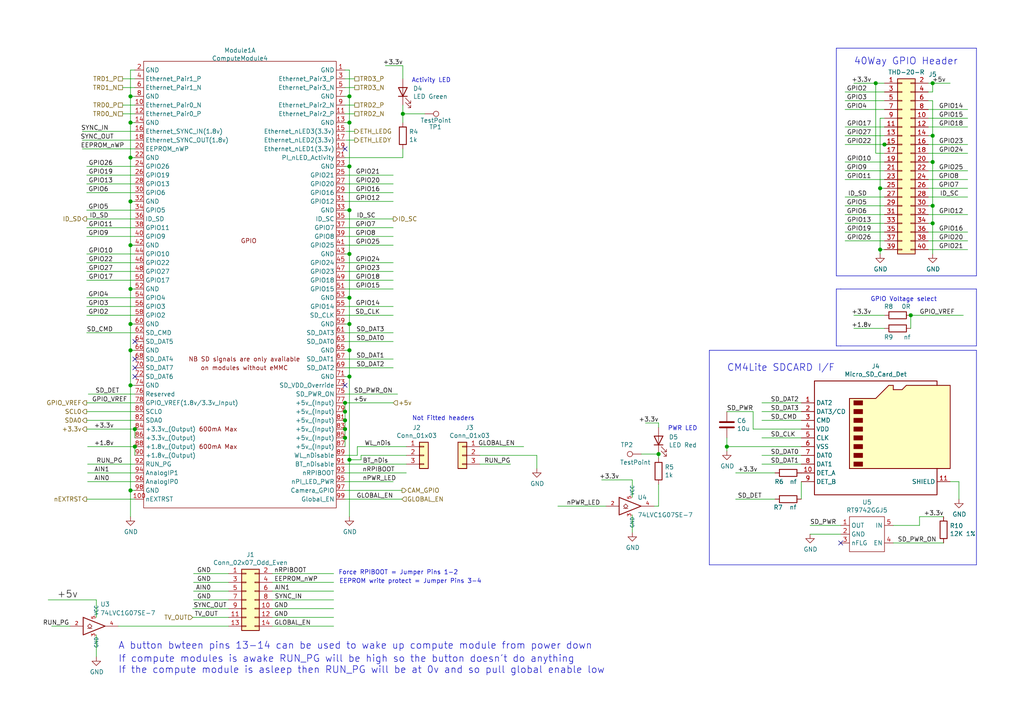
<source format=kicad_sch>
(kicad_sch (version 20201015) (generator eeschema)
  (page 0 11)
  (paper "A4")
  (junction (at 37.846 27.94) (diameter 1.016))
  (junction (at 37.846 35.56) (diameter 1.016))
  (junction (at 37.846 45.72) (diameter 1.016))
  (junction (at 37.846 58.42) (diameter 1.016))
  (junction (at 37.846 71.12) (diameter 1.016))
  (junction (at 37.846 83.82) (diameter 1.016))
  (junction (at 37.846 93.98) (diameter 1.016))
  (junction (at 37.846 101.6) (diameter 1.016))
  (junction (at 37.846 111.76) (diameter 1.016))
  (junction (at 37.846 142.24) (diameter 1.016))
  (junction (at 39.116 124.46) (diameter 1.016))
  (junction (at 39.116 129.54) (diameter 1.016))
  (junction (at 100.076 116.84) (diameter 1.016))
  (junction (at 100.076 119.38) (diameter 1.016))
  (junction (at 100.076 121.92) (diameter 1.016))
  (junction (at 100.076 124.46) (diameter 1.016))
  (junction (at 100.076 127) (diameter 1.016))
  (junction (at 101.346 27.94) (diameter 1.016))
  (junction (at 101.346 35.56) (diameter 1.016))
  (junction (at 101.346 48.26) (diameter 1.016))
  (junction (at 101.346 60.96) (diameter 1.016))
  (junction (at 101.346 73.66) (diameter 1.016))
  (junction (at 101.346 86.36) (diameter 1.016))
  (junction (at 101.346 93.98) (diameter 1.016))
  (junction (at 101.346 101.6) (diameter 1.016))
  (junction (at 101.346 109.22) (diameter 1.016))
  (junction (at 101.346 133.35) (diameter 1.016))
  (junction (at 116.84 33.02) (diameter 1.016))
  (junction (at 191.008 131.699) (diameter 1.016))
  (junction (at 210.82 129.54) (diameter 1.016))
  (junction (at 254 24.13) (diameter 1.016))
  (junction (at 255.27 54.61) (diameter 1.016))
  (junction (at 255.27 72.39) (diameter 1.016))
  (junction (at 256.54 41.91) (diameter 1.016))
  (junction (at 264.16 91.44) (diameter 1.016))
  (junction (at 270.51 24.13) (diameter 1.016))
  (junction (at 270.51 39.37) (diameter 1.016))
  (junction (at 270.51 46.99) (diameter 1.016))
  (junction (at 270.51 59.69) (diameter 1.016))
  (junction (at 270.51 64.77) (diameter 1.016))
  (no_connect (at 100.076 111.76))
  (no_connect (at 100.076 43.18))
  (no_connect (at 243.84 157.48))
  (no_connect (at 39.116 104.14))
  (no_connect (at 39.116 106.68))
  (no_connect (at 39.116 109.22))
  (no_connect (at 39.116 99.06))
  (wire (pts (xy 13.97 173.99) (xy 27.94 173.99)))
  (wire (pts (xy 14.986 181.61) (xy 20.32 181.61)))
  (wire (pts (xy 23.876 38.1) (xy 39.116 38.1)))
  (wire (pts (xy 23.876 40.64) (xy 39.116 40.64)))
  (wire (pts (xy 23.876 43.18) (xy 39.116 43.18)))
  (wire (pts (xy 25.146 48.26) (xy 39.116 48.26)))
  (wire (pts (xy 25.146 50.8) (xy 39.116 50.8)))
  (wire (pts (xy 25.146 53.34) (xy 39.116 53.34)))
  (wire (pts (xy 25.146 55.88) (xy 39.116 55.88)))
  (wire (pts (xy 25.146 60.96) (xy 39.116 60.96)))
  (wire (pts (xy 25.146 63.5) (xy 39.116 63.5)))
  (wire (pts (xy 25.146 66.04) (xy 39.116 66.04)))
  (wire (pts (xy 25.146 68.58) (xy 39.116 68.58)))
  (wire (pts (xy 25.146 73.66) (xy 39.116 73.66)))
  (wire (pts (xy 25.146 76.2) (xy 39.116 76.2)))
  (wire (pts (xy 25.146 78.74) (xy 39.116 78.74)))
  (wire (pts (xy 25.146 81.28) (xy 39.116 81.28)))
  (wire (pts (xy 25.146 86.36) (xy 39.116 86.36)))
  (wire (pts (xy 25.146 88.9) (xy 39.116 88.9)))
  (wire (pts (xy 25.146 91.44) (xy 39.116 91.44)))
  (wire (pts (xy 25.146 96.52) (xy 39.116 96.52)))
  (wire (pts (xy 25.146 116.84) (xy 39.116 116.84)))
  (wire (pts (xy 25.146 119.38) (xy 39.116 119.38)))
  (wire (pts (xy 25.146 121.92) (xy 39.116 121.92)))
  (wire (pts (xy 25.146 124.46) (xy 39.116 124.46)))
  (wire (pts (xy 25.146 144.78) (xy 39.116 144.78)))
  (wire (pts (xy 25.4 129.54) (xy 39.116 129.54)))
  (wire (pts (xy 25.4 134.62) (xy 39.116 134.62)))
  (wire (pts (xy 25.4 137.16) (xy 39.116 137.16)))
  (wire (pts (xy 25.4 139.7) (xy 39.116 139.7)))
  (wire (pts (xy 25.6032 114.3) (xy 39.116 114.3)))
  (wire (pts (xy 27.94 173.99) (xy 27.94 179.07)))
  (wire (pts (xy 27.94 184.15) (xy 27.94 190.5)))
  (wire (pts (xy 34.29 181.61) (xy 66.294 181.61)))
  (wire (pts (xy 35.56 22.86) (xy 39.116 22.86)))
  (wire (pts (xy 35.56 25.4) (xy 39.116 25.4)))
  (wire (pts (xy 35.56 30.48) (xy 39.116 30.48)))
  (wire (pts (xy 35.56 33.02) (xy 39.116 33.02)))
  (wire (pts (xy 37.846 20.32) (xy 37.846 27.94)))
  (wire (pts (xy 37.846 27.94) (xy 37.846 35.56)))
  (wire (pts (xy 37.846 35.56) (xy 37.846 45.72)))
  (wire (pts (xy 37.846 45.72) (xy 37.846 58.42)))
  (wire (pts (xy 37.846 45.72) (xy 39.116 45.72)))
  (wire (pts (xy 37.846 58.42) (xy 37.846 71.12)))
  (wire (pts (xy 37.846 58.42) (xy 39.116 58.42)))
  (wire (pts (xy 37.846 71.12) (xy 37.846 83.82)))
  (wire (pts (xy 37.846 71.12) (xy 39.116 71.12)))
  (wire (pts (xy 37.846 83.82) (xy 37.846 93.98)))
  (wire (pts (xy 37.846 83.82) (xy 39.116 83.82)))
  (wire (pts (xy 37.846 93.98) (xy 37.846 101.6)))
  (wire (pts (xy 37.846 93.98) (xy 39.116 93.98)))
  (wire (pts (xy 37.846 101.6) (xy 37.846 111.76)))
  (wire (pts (xy 37.846 101.6) (xy 39.116 101.6)))
  (wire (pts (xy 37.846 111.76) (xy 37.846 142.24)))
  (wire (pts (xy 37.846 111.76) (xy 39.116 111.76)))
  (wire (pts (xy 37.846 142.24) (xy 37.846 149.86)))
  (wire (pts (xy 39.116 20.32) (xy 37.846 20.32)))
  (wire (pts (xy 39.116 27.94) (xy 37.846 27.94)))
  (wire (pts (xy 39.116 35.56) (xy 37.846 35.56)))
  (wire (pts (xy 39.116 127) (xy 39.116 124.46)))
  (wire (pts (xy 39.116 129.54) (xy 39.37 129.54)))
  (wire (pts (xy 39.116 132.08) (xy 39.116 129.54)))
  (wire (pts (xy 39.116 142.24) (xy 37.846 142.24)))
  (wire (pts (xy 55.88 176.53) (xy 66.294 176.53)))
  (wire (pts (xy 55.88 179.07) (xy 66.294 179.07)))
  (wire (pts (xy 56.134 166.37) (xy 66.294 166.37)))
  (wire (pts (xy 56.134 168.91) (xy 66.294 168.91)))
  (wire (pts (xy 56.134 171.45) (xy 66.294 171.45)))
  (wire (pts (xy 56.134 173.99) (xy 66.294 173.99)))
  (wire (pts (xy 78.994 166.37) (xy 96.774 166.37)))
  (wire (pts (xy 78.994 168.91) (xy 96.774 168.91)))
  (wire (pts (xy 78.994 171.45) (xy 96.774 171.45)))
  (wire (pts (xy 78.994 173.99) (xy 96.774 173.99)))
  (wire (pts (xy 78.994 176.53) (xy 96.774 176.53)))
  (wire (pts (xy 78.994 179.07) (xy 96.774 179.07)))
  (wire (pts (xy 78.994 181.61) (xy 96.774 181.61)))
  (wire (pts (xy 100.076 20.32) (xy 101.346 20.32)))
  (wire (pts (xy 100.076 22.86) (xy 102.87 22.86)))
  (wire (pts (xy 100.076 25.4) (xy 102.87 25.4)))
  (wire (pts (xy 100.076 27.94) (xy 101.346 27.94)))
  (wire (pts (xy 100.076 30.48) (xy 102.87 30.48)))
  (wire (pts (xy 100.076 33.02) (xy 102.87 33.02)))
  (wire (pts (xy 100.076 35.56) (xy 101.346 35.56)))
  (wire (pts (xy 100.076 45.72) (xy 116.84 45.72)))
  (wire (pts (xy 100.076 48.26) (xy 101.346 48.26)))
  (wire (pts (xy 100.076 50.8) (xy 114.046 50.8)))
  (wire (pts (xy 100.076 53.34) (xy 114.046 53.34)))
  (wire (pts (xy 100.076 55.88) (xy 114.046 55.88)))
  (wire (pts (xy 100.076 58.42) (xy 114.046 58.42)))
  (wire (pts (xy 100.076 60.96) (xy 101.346 60.96)))
  (wire (pts (xy 100.076 63.5) (xy 114.046 63.5)))
  (wire (pts (xy 100.076 66.04) (xy 114.046 66.04)))
  (wire (pts (xy 100.076 68.58) (xy 114.046 68.58)))
  (wire (pts (xy 100.076 71.12) (xy 114.046 71.12)))
  (wire (pts (xy 100.076 73.66) (xy 101.346 73.66)))
  (wire (pts (xy 100.076 76.2) (xy 114.046 76.2)))
  (wire (pts (xy 100.076 78.74) (xy 114.046 78.74)))
  (wire (pts (xy 100.076 81.28) (xy 114.046 81.28)))
  (wire (pts (xy 100.076 83.82) (xy 114.046 83.82)))
  (wire (pts (xy 100.076 86.36) (xy 101.346 86.36)))
  (wire (pts (xy 100.076 88.9) (xy 114.046 88.9)))
  (wire (pts (xy 100.076 93.98) (xy 101.346 93.98)))
  (wire (pts (xy 100.076 99.06) (xy 114.046 99.06)))
  (wire (pts (xy 100.076 101.6) (xy 101.346 101.6)))
  (wire (pts (xy 100.076 106.68) (xy 114.046 106.68)))
  (wire (pts (xy 100.076 109.22) (xy 101.346 109.22)))
  (wire (pts (xy 100.076 114.3) (xy 115.316 114.3)))
  (wire (pts (xy 100.076 116.84) (xy 100.076 119.38)))
  (wire (pts (xy 100.076 116.84) (xy 114.046 116.84)))
  (wire (pts (xy 100.076 119.38) (xy 100.076 121.92)))
  (wire (pts (xy 100.076 121.92) (xy 100.076 124.46)))
  (wire (pts (xy 100.076 124.46) (xy 100.076 127)))
  (wire (pts (xy 100.076 127) (xy 100.076 129.54)))
  (wire (pts (xy 100.076 132.08) (xy 103.632 132.08)))
  (wire (pts (xy 100.076 134.62) (xy 117.856 134.62)))
  (wire (pts (xy 100.076 137.16) (xy 117.856 137.16)))
  (wire (pts (xy 100.076 139.7) (xy 114.046 139.7)))
  (wire (pts (xy 100.076 142.24) (xy 116.586 142.24)))
  (wire (pts (xy 100.076 144.78) (xy 116.586 144.78)))
  (wire (pts (xy 100.33 38.1) (xy 102.87 38.1)))
  (wire (pts (xy 100.33 40.64) (xy 102.87 40.64)))
  (wire (pts (xy 101.346 20.32) (xy 101.346 27.94)))
  (wire (pts (xy 101.346 27.94) (xy 101.346 35.56)))
  (wire (pts (xy 101.346 35.56) (xy 101.346 48.26)))
  (wire (pts (xy 101.346 48.26) (xy 101.346 60.96)))
  (wire (pts (xy 101.346 60.96) (xy 101.346 73.66)))
  (wire (pts (xy 101.346 73.66) (xy 101.346 86.36)))
  (wire (pts (xy 101.346 86.36) (xy 101.346 93.98)))
  (wire (pts (xy 101.346 93.98) (xy 101.346 101.6)))
  (wire (pts (xy 101.346 101.6) (xy 101.346 109.22)))
  (wire (pts (xy 101.346 109.22) (xy 101.346 133.35)))
  (wire (pts (xy 101.346 133.35) (xy 101.346 149.86)))
  (wire (pts (xy 101.346 133.35) (xy 104.7242 133.35)))
  (wire (pts (xy 103.632 129.54) (xy 117.856 129.54)))
  (wire (pts (xy 103.632 132.08) (xy 103.632 129.54)))
  (wire (pts (xy 104.7242 132.08) (xy 117.856 132.08)))
  (wire (pts (xy 104.7242 133.35) (xy 104.7242 132.08)))
  (wire (pts (xy 111.76 19.05) (xy 116.84 19.05)))
  (wire (pts (xy 114.046 91.44) (xy 100.076 91.44)))
  (wire (pts (xy 114.046 96.52) (xy 100.076 96.52)))
  (wire (pts (xy 114.046 104.14) (xy 100.076 104.14)))
  (wire (pts (xy 116.84 22.86) (xy 116.84 19.05)))
  (wire (pts (xy 116.84 33.02) (xy 116.84 30.48)))
  (wire (pts (xy 116.84 35.56) (xy 116.84 33.02)))
  (wire (pts (xy 116.84 45.72) (xy 116.84 43.18)))
  (wire (pts (xy 123.19 33.02) (xy 116.84 33.02)))
  (wire (pts (xy 139.192 129.54) (xy 151.892 129.54)))
  (wire (pts (xy 139.192 132.08) (xy 155.702 132.08)))
  (wire (pts (xy 139.192 134.62) (xy 148.082 134.62)))
  (wire (pts (xy 155.702 132.08) (xy 155.702 135.89)))
  (wire (pts (xy 161.798 146.812) (xy 175.768 146.812)))
  (wire (pts (xy 183.388 139.192) (xy 174.498 139.192)))
  (wire (pts (xy 183.388 144.272) (xy 183.388 139.192)))
  (wire (pts (xy 183.388 149.352) (xy 183.388 154.432)))
  (wire (pts (xy 186.0042 131.699) (xy 191.008 131.699)))
  (wire (pts (xy 191.008 122.682) (xy 187.198 122.682)))
  (wire (pts (xy 191.008 123.952) (xy 191.008 122.682)))
  (wire (pts (xy 191.008 131.572) (xy 191.008 131.699)))
  (wire (pts (xy 191.008 131.699) (xy 191.008 132.842)))
  (wire (pts (xy 191.008 140.462) (xy 191.008 146.812)))
  (wire (pts (xy 191.008 146.812) (xy 189.738 146.812)))
  (wire (pts (xy 210.82 119.38) (xy 218.44 119.38)))
  (wire (pts (xy 210.82 127) (xy 210.82 129.54)))
  (wire (pts (xy 210.82 129.54) (xy 210.82 130.81)))
  (wire (pts (xy 210.82 129.54) (xy 232.41 129.54)))
  (wire (pts (xy 213.36 137.16) (xy 224.79 137.16)))
  (wire (pts (xy 213.36 144.78) (xy 224.79 144.78)))
  (wire (pts (xy 218.44 124.46) (xy 218.44 119.38)))
  (wire (pts (xy 220.98 116.84) (xy 232.41 116.84)))
  (wire (pts (xy 220.98 121.92) (xy 232.41 121.92)))
  (wire (pts (xy 220.98 132.08) (xy 232.41 132.08)))
  (wire (pts (xy 232.41 119.38) (xy 220.98 119.38)))
  (wire (pts (xy 232.41 124.46) (xy 218.44 124.46)))
  (wire (pts (xy 232.41 127) (xy 220.98 127)))
  (wire (pts (xy 232.41 134.62) (xy 220.98 134.62)))
  (wire (pts (xy 232.41 139.7) (xy 232.41 144.78)))
  (wire (pts (xy 243.84 152.4) (xy 234.95 152.4)))
  (wire (pts (xy 243.84 154.94) (xy 234.95 154.94)))
  (wire (pts (xy 245.11 26.67) (xy 256.54 26.67)))
  (wire (pts (xy 245.11 29.21) (xy 256.54 29.21)))
  (wire (pts (xy 245.11 31.75) (xy 256.54 31.75)))
  (wire (pts (xy 245.11 36.83) (xy 256.54 36.83)))
  (wire (pts (xy 245.11 39.37) (xy 256.54 39.37)))
  (wire (pts (xy 245.11 41.91) (xy 256.54 41.91)))
  (wire (pts (xy 245.11 46.99) (xy 256.54 46.99)))
  (wire (pts (xy 245.11 49.53) (xy 256.54 49.53)))
  (wire (pts (xy 245.11 52.07) (xy 256.54 52.07)))
  (wire (pts (xy 245.11 57.15) (xy 256.54 57.15)))
  (wire (pts (xy 245.11 59.69) (xy 256.54 59.69)))
  (wire (pts (xy 245.11 62.23) (xy 256.54 62.23)))
  (wire (pts (xy 245.11 64.77) (xy 256.54 64.77)))
  (wire (pts (xy 245.11 67.31) (xy 256.54 67.31)))
  (wire (pts (xy 245.11 69.85) (xy 256.54 69.85)))
  (wire (pts (xy 247.65 24.13) (xy 254 24.13)))
  (wire (pts (xy 247.65 91.44) (xy 256.54 91.44)))
  (wire (pts (xy 247.65 95.25) (xy 256.54 95.25)))
  (wire (pts (xy 254 24.13) (xy 254 44.45)))
  (wire (pts (xy 254 44.45) (xy 256.54 44.45)))
  (wire (pts (xy 255.27 34.29) (xy 255.27 54.61)))
  (wire (pts (xy 255.27 54.61) (xy 255.27 72.39)))
  (wire (pts (xy 255.27 54.61) (xy 256.54 54.61)))
  (wire (pts (xy 255.27 72.39) (xy 255.27 73.66)))
  (wire (pts (xy 255.27 72.39) (xy 256.54 72.39)))
  (wire (pts (xy 256.54 24.13) (xy 254 24.13)))
  (wire (pts (xy 256.54 34.29) (xy 255.27 34.29)))
  (wire (pts (xy 259.08 41.91) (xy 256.54 41.91)))
  (wire (pts (xy 259.08 152.4) (xy 266.7 152.4)))
  (wire (pts (xy 259.08 157.48) (xy 273.685 157.48)))
  (wire (pts (xy 264.16 91.44) (xy 264.16 95.25)))
  (wire (pts (xy 264.16 91.44) (xy 279.4 91.44)))
  (wire (pts (xy 266.7 149.86) (xy 266.7 152.4)))
  (wire (pts (xy 269.24 24.13) (xy 270.51 24.13)))
  (wire (pts (xy 269.24 26.67) (xy 270.51 26.67)))
  (wire (pts (xy 269.24 29.21) (xy 270.51 29.21)))
  (wire (pts (xy 269.24 31.75) (xy 280.67 31.75)))
  (wire (pts (xy 269.24 34.29) (xy 280.67 34.29)))
  (wire (pts (xy 269.24 36.83) (xy 280.67 36.83)))
  (wire (pts (xy 269.24 41.91) (xy 280.67 41.91)))
  (wire (pts (xy 269.24 44.45) (xy 280.67 44.45)))
  (wire (pts (xy 269.24 49.53) (xy 280.67 49.53)))
  (wire (pts (xy 269.24 52.07) (xy 280.67 52.07)))
  (wire (pts (xy 269.24 54.61) (xy 280.67 54.61)))
  (wire (pts (xy 269.24 57.15) (xy 280.67 57.15)))
  (wire (pts (xy 269.24 59.69) (xy 270.51 59.69)))
  (wire (pts (xy 269.24 62.23) (xy 280.67 62.23)))
  (wire (pts (xy 269.24 64.77) (xy 270.51 64.77)))
  (wire (pts (xy 269.24 67.31) (xy 280.67 67.31)))
  (wire (pts (xy 269.24 69.85) (xy 280.67 69.85)))
  (wire (pts (xy 269.24 72.39) (xy 280.67 72.39)))
  (wire (pts (xy 270.51 24.13) (xy 275.59 24.13)))
  (wire (pts (xy 270.51 26.67) (xy 270.51 24.13)))
  (wire (pts (xy 270.51 29.21) (xy 270.51 39.37)))
  (wire (pts (xy 270.51 39.37) (xy 269.24 39.37)))
  (wire (pts (xy 270.51 39.37) (xy 270.51 46.99)))
  (wire (pts (xy 270.51 46.99) (xy 269.24 46.99)))
  (wire (pts (xy 270.51 59.69) (xy 270.51 46.99)))
  (wire (pts (xy 270.51 64.77) (xy 270.51 59.69)))
  (wire (pts (xy 270.51 64.77) (xy 270.51 73.66)))
  (wire (pts (xy 273.685 149.86) (xy 266.7 149.86)))
  (wire (pts (xy 275.59 139.7) (xy 278.13 139.7)))
  (wire (pts (xy 278.13 139.7) (xy 278.13 144.78)))
  (polyline (pts (xy 205.74 101.6) (xy 283.21 101.6)) (stroke (width 0) (type solid)))
  (polyline (pts (xy 205.74 163.83) (xy 205.74 101.6)) (stroke (width 0) (type solid)))
  (polyline (pts (xy 242.57 13.97) (xy 242.57 80.01)) (stroke (width 0) (type solid)))
  (polyline (pts (xy 242.57 80.01) (xy 283.21 80.01)) (stroke (width 0) (type solid)))
  (polyline (pts (xy 242.57 100.33) (xy 242.57 83.82)) (stroke (width 0) (type solid)))
  (polyline (pts (xy 242.57 100.33) (xy 243.84 100.33)) (stroke (width 0) (type solid)))
  (polyline (pts (xy 243.84 83.82) (xy 242.57 83.82)) (stroke (width 0) (type solid)))
  (polyline (pts (xy 243.84 83.82) (xy 283.21 83.82)) (stroke (width 0) (type solid)))
  (polyline (pts (xy 283.21 13.97) (xy 242.57 13.97)) (stroke (width 0) (type solid)))
  (polyline (pts (xy 283.21 13.97) (xy 283.21 80.01)) (stroke (width 0) (type solid)))
  (polyline (pts (xy 283.21 83.82) (xy 283.21 100.33)) (stroke (width 0) (type solid)))
  (polyline (pts (xy 283.21 100.33) (xy 243.84 100.33)) (stroke (width 0) (type solid)))
  (polyline (pts (xy 283.21 101.6) (xy 283.21 163.83)) (stroke (width 0) (type solid)))
  (polyline (pts (xy 283.21 163.83) (xy 205.74 163.83)) (stroke (width 0) (type solid)))
  (text "A button bwteen pins 13-14 can be used to wake up compute module from power down\n\n" (at 34.29 191.77 0) (effects (font (size 2.007 2.007)) (justify left bottom)))
  (text "If compute modules is awake RUN_PG will be high so the button doesn't do anything\nIf the compute module is asleep then RUN_PG will be at 0v and so pull global enable low" (at 34.29 195.58 0) (effects (font (size 2.007 2.007)) (justify left bottom)))
  (text "Activity LED" (at 119.38 24.13 0) (effects (font (size 1.27 1.27)) (justify left bottom)))
  (text "Force RPIBOOT = Jumper Pins 1-2 \n" (at 133.858 166.878 180) (effects (font (size 1.27 1.27)) (justify right bottom)))
  (text "Not Fitted headers" (at 137.668 122.174 180) (effects (font (size 1.27 1.27)) (justify right bottom)))
  (text "EEPROM write protect = Jumper Pins 3-4\n\n" (at 139.7 171.45 180) (effects (font (size 1.27 1.27)) (justify right bottom)))
  (text "PWR LED" (at 193.675 125.095 0) (effects (font (size 1.27 1.27)) (justify left bottom)))
  (text "CM4Lite SDCARD I/F" (at 210.82 107.95 0) (effects (font (size 2.007 2.007)) (justify left bottom)))
  (text "40Way GPIO Header" (at 247.65 19.05 0) (effects (font (size 2.007 2.007)) (justify left bottom)))
  (text "GPIO Voltage select\n" (at 271.78 87.63 180) (effects (font (size 1.27 1.27)) (justify right bottom)))
  (label "+5v" (at 16.51 173.99 0) (effects (font (size 2.0066 2.0066))))
  (label "RUN_PG" (at 20.066 181.61 180))
  (label "GPIO_VREF" (at 26.67 116.84 0))
  (label "SYNC_IN" (at 31.496 38.1 180))
  (label "GPIO6" (at 31.496 55.88 180))
  (label "GPIO5" (at 31.496 60.96 180))
  (label "ID_SD" (at 31.496 63.5 180))
  (label "GPIO9" (at 31.496 68.58 180))
  (label "GPIO4" (at 31.496 86.36 180))
  (label "GPIO3" (at 31.496 88.9 180))
  (label "GPIO2" (at 31.496 91.44 180))
  (label "AIN1" (at 31.75 137.16 180))
  (label "AIN0" (at 31.75 139.7 180))
  (label "GPIO26" (at 32.766 48.26 180))
  (label "GPIO19" (at 32.766 50.8 180))
  (label "GPIO13" (at 32.766 53.34 180))
  (label "GPIO11" (at 32.766 66.04 180))
  (label "GPIO10" (at 32.766 73.66 180))
  (label "GPIO22" (at 32.766 76.2 180))
  (label "GPIO27" (at 32.766 78.74 180))
  (label "GPIO17" (at 32.766 81.28 180))
  (label "SD_CMD" (at 32.766 96.52 180))
  (label "SYNC_OUT" (at 33.02 40.64 180))
  (label "+3.3v" (at 33.02 124.46 180))
  (label "+1.8v" (at 33.02 129.54 180))
  (label "SD_DET" (at 34.671 114.3 180))
  (label "RUN_PG" (at 35.56 134.62 180))
  (label "EEPROM_nWP" (at 36.068 43.18 180))
  (label "GND" (at 61.214 166.37 180))
  (label "GND" (at 61.214 168.91 180))
  (label "AIN0" (at 61.214 171.45 180))
  (label "GND" (at 61.214 173.99 180))
  (label "TV_OUT" (at 63.246 179.07 180))
  (label "SYNC_OUT" (at 65.786 176.53 180))
  (label "GND" (at 83.566 176.53 180))
  (label "GND" (at 83.566 179.07 180))
  (label "AIN1" (at 84.074 171.45 180))
  (label "SYNC_IN" (at 87.63 173.99 180))
  (label "nRPIBOOT" (at 88.9 166.37 180))
  (label "GLOBAL_EN" (at 90.17 181.61 180))
  (label "EEPROM_nWP" (at 92.202 168.91 180))
  (label "SD_PWR_ON" (at 102.616 114.3 0))
  (label "nPWR_LED" (at 105.156 139.7 0))
  (label "+5v" (at 106.426 116.84 180))
  (label "ID_SC" (at 108.966 63.5 180))
  (label "GPIO7" (at 108.966 66.04 180))
  (label "GPIO8" (at 108.966 68.58 180))
  (label "GPIO21" (at 110.236 50.8 180))
  (label "GPIO20" (at 110.236 53.34 180))
  (label "GPIO16" (at 110.236 55.88 180))
  (label "GPIO12" (at 110.236 58.42 180))
  (label "GPIO25" (at 110.236 71.12 180))
  (label "GPIO24" (at 110.236 76.2 180))
  (label "GPIO23" (at 110.236 78.74 180))
  (label "GPIO18" (at 110.236 81.28 180))
  (label "GPIO15" (at 110.236 83.82 180))
  (label "GPIO14" (at 110.236 88.9 180))
  (label "SD_CLK" (at 110.236 91.44 180))
  (label "SD_DAT3" (at 111.506 96.52 180))
  (label "SD_DAT0" (at 111.506 99.06 180))
  (label "SD_DAT1" (at 111.506 104.14 180))
  (label "SD_DAT2" (at 111.506 106.68 180))
  (label "BT_nDis" (at 112.6236 134.62 180))
  (label "WL_nDis" (at 113.411 129.54 180))
  (label "GLOBAL_EN" (at 114.046 144.78 180))
  (label "nRPIBOOT" (at 114.5032 137.16 180))
  (label "+3.3v" (at 116.84 19.05 180))
  (label "RUN_PG" (at 148.082 134.62 180))
  (label "GLOBAL_EN" (at 149.352 129.54 180))
  (label "nPWR_LED" (at 164.338 146.812 0))
  (label "+3.3v" (at 179.578 139.192 180))
  (label "+3.3v" (at 191.008 122.682 180))
  (label "SD_PWR" (at 210.82 119.38 0))
  (label "+3.3v" (at 219.71 137.16 180))
  (label "SD_DET" (at 220.98 144.78 180))
  (label "SD_DAT2" (at 223.52 116.84 0))
  (label "SD_DAT3" (at 223.52 119.38 0))
  (label "SD_CMD" (at 223.52 121.92 0))
  (label "SD_CLK" (at 223.52 127 0))
  (label "SD_DAT0" (at 223.52 132.08 0))
  (label "SD_DAT1" (at 223.52 134.62 0))
  (label "SD_PWR" (at 234.95 152.4 0))
  (label "GPIO2" (at 251.46 26.67 180))
  (label "GPIO3" (at 251.46 29.21 180))
  (label "GPIO4" (at 251.46 31.75 180))
  (label "GPIO9" (at 251.46 49.53 180))
  (label "ID_SD" (at 251.46 57.15 180))
  (label "GPIO5" (at 251.46 59.69 180))
  (label "GPIO6" (at 251.46 62.23 180))
  (label "+3.3v" (at 252.73 24.13 180))
  (label "GPIO17" (at 252.73 36.83 180))
  (label "GPIO27" (at 252.73 39.37 180))
  (label "GPIO22" (at 252.73 41.91 180))
  (label "GPIO10" (at 252.73 46.99 180))
  (label "GPIO11" (at 252.73 52.07 180))
  (label "GPIO13" (at 252.73 64.77 180))
  (label "GPIO19" (at 252.73 67.31 180))
  (label "GPIO26" (at 252.73 69.85 180))
  (label "+3.3v" (at 252.73 91.44 180))
  (label "+1.8v" (at 252.73 95.25 180))
  (label "SD_PWR_ON" (at 260.35 157.48 0))
  (label "GPIO_VREF" (at 266.7 91.44 0))
  (label "+3.3v" (at 273.685 149.86 180))
  (label "+5v" (at 274.32 24.13 180))
  (label "GPIO8" (at 278.13 52.07 180))
  (label "GPIO7" (at 278.13 54.61 180))
  (label "ID_SC" (at 278.13 57.15 180))
  (label "GPIO14" (at 279.4 31.75 180))
  (label "GPIO15" (at 279.4 34.29 180))
  (label "GPIO18" (at 279.4 36.83 180))
  (label "GPIO23" (at 279.4 41.91 180))
  (label "GPIO24" (at 279.4 44.45 180))
  (label "GPIO25" (at 279.4 49.53 180))
  (label "GPIO12" (at 279.4 62.23 180))
  (label "GPIO16" (at 279.4 67.31 180))
  (label "GPIO20" (at 279.4 69.85 180))
  (label "GPIO21" (at 279.4 72.39 180))
  (hierarchical_label "ID_SD" (shape output) (at 25.146 63.5 180))
  (hierarchical_label "GPIO_VREF" (shape output) (at 25.146 116.84 180))
  (hierarchical_label "SCL0" (shape output) (at 25.146 119.38 180))
  (hierarchical_label "SDA0" (shape output) (at 25.146 121.92 180))
  (hierarchical_label "+3.3v" (shape output) (at 25.146 124.46 180))
  (hierarchical_label "nEXTRST" (shape output) (at 25.146 144.78 180))
  (hierarchical_label "TRD1_P" (shape passive) (at 35.56 22.86 180))
  (hierarchical_label "TRD1_N" (shape passive) (at 35.56 25.4 180))
  (hierarchical_label "TRD0_P" (shape passive) (at 35.56 30.48 180))
  (hierarchical_label "TRD0_N" (shape passive) (at 35.56 33.02 180))
  (hierarchical_label "TV_OUT" (shape input) (at 55.88 179.07 180))
  (hierarchical_label "TRD3_P" (shape passive) (at 102.87 22.86 0))
  (hierarchical_label "TRD3_N" (shape passive) (at 102.87 25.4 0))
  (hierarchical_label "TRD2_P" (shape passive) (at 102.87 30.48 0))
  (hierarchical_label "TRD2_N" (shape passive) (at 102.87 33.02 0))
  (hierarchical_label "ETH_LEDG" (shape output) (at 102.87 38.1 0))
  (hierarchical_label "ETH_LEDY" (shape output) (at 102.87 40.64 0))
  (hierarchical_label "ID_SC" (shape output) (at 114.046 63.5 0))
  (hierarchical_label "+5v" (shape input) (at 114.046 116.84 0))
  (hierarchical_label "CAM_GPIO" (shape output) (at 116.586 142.24 0))
  (hierarchical_label "GLOBAL_EN" (shape input) (at 116.586 144.78 0))
  (symbol (lib_id "Connector:TestPoint") (at 123.19 33.02 270)
    (property "Reference" "TP1" (at 124.46 36.83 90) (effects (justify left)))
    (property "Value" "TestPoint" (at 121.92 34.925 90) (effects (justify left)))
    (property "Footprint" "TestPoint:TestPoint_Pad_2.0x2.0mm" (effects hide))
    (property "Field4" "nf" (effects hide))
    (property "Field5" "nf" (effects hide))
    (property "Field6" "nf" (effects hide))
    (property "Field7" "nf" (effects hide))
  )
  (symbol (lib_id "Connector:TestPoint") (at 186.0042 131.699 90)
    (property "Reference" "TP2" (at 183.642 129.032 90) (effects (justify left)))
    (property "Value" "TestPoint" (at 188.722 134.112 90) (effects (justify left)))
    (property "Footprint" "TestPoint:TestPoint_Pad_2.0x2.0mm" (effects hide))
    (property "Field4" "nf" (effects hide))
    (property "Field5" "nf" (effects hide))
    (property "Field6" "nf" (effects hide))
    (property "Field7" "nf" (effects hide))
  )
  (symbol (lib_id "power:GND") (at 27.94 190.5 0)
    (property "Reference" "#PWR02" (effects hide))
    (property "Value" "GND" (at 28.067 194.8942 0))
  )
  (symbol (lib_id "power:GND") (at 37.846 149.86 0)
    (property "Reference" "#PWR03" (effects hide))
    (property "Value" "GND" (at 37.973 154.2542 0))
  )
  (symbol (lib_id "power:GND") (at 101.346 149.86 0)
    (property "Reference" "#PWR04" (effects hide))
    (property "Value" "GND" (at 101.473 154.2542 0))
  )
  (symbol (lib_id "power:GND") (at 155.702 135.89 0)
    (property "Reference" "#PWR05" (effects hide))
    (property "Value" "GND" (at 155.829 140.2842 0))
  )
  (symbol (lib_id "power:GND") (at 183.388 154.432 0)
    (property "Reference" "#PWR06" (effects hide))
    (property "Value" "GND" (at 183.515 158.8262 0))
  )
  (symbol (lib_id "power:GND") (at 210.82 130.81 0)
    (property "Reference" "#PWR07" (effects hide))
    (property "Value" "GND" (at 210.947 135.2042 0))
  )
  (symbol (lib_id "power:GND") (at 234.95 154.94 0)
    (property "Reference" "#PWR08" (effects hide))
    (property "Value" "GND" (at 235.077 159.3342 0))
  )
  (symbol (lib_id "power:GND") (at 255.27 73.66 0)
    (property "Reference" "#PWR09" (effects hide))
    (property "Value" "GND" (at 255.397 78.0542 0))
  )
  (symbol (lib_id "power:GND") (at 270.51 73.66 0)
    (property "Reference" "#PWR010" (effects hide))
    (property "Value" "GND" (at 270.637 78.0542 0))
  )
  (symbol (lib_id "power:GND") (at 278.13 144.78 0)
    (property "Reference" "#PWR011" (effects hide))
    (property "Value" "GND" (at 278.257 149.1742 0))
  )
  (symbol (lib_id "Device:R") (at 116.84 39.37 0)
    (property "Reference" "R4" (at 118.618 38.2016 0) (effects (justify left)))
    (property "Value" "1k" (at 118.618 40.513 0) (effects (justify left)))
    (property "Footprint" "Resistor_SMD:R_0402_1005Metric" (effects hide))
    (property "Datasheet" "https://fscdn.rohm.com/en/products/databook/datasheet/passive/resistor/chip_resistor/mcr-e.pdf" (effects hide))
    (property "Field4" "Farnell" (effects hide))
    (property "Field5" "9239235" (effects hide))
    (property "Field7" "KOA EUROPE GMBH" (effects hide))
    (property "Field6" "RK73H1ETTP1001F" (effects hide))
    (property "Part Description" "Resistor 1K M1005 1% 63mW" (effects hide))
    (property "Field8" "125049511" (effects hide))
  )
  (symbol (lib_id "Device:R") (at 191.008 136.652 0)
    (property "Reference" "R5" (at 192.786 135.4836 0) (effects (justify left)))
    (property "Value" "1k" (at 192.786 137.795 0) (effects (justify left)))
    (property "Footprint" "Resistor_SMD:R_0402_1005Metric" (effects hide))
    (property "Datasheet" "https://fscdn.rohm.com/en/products/databook/datasheet/passive/resistor/chip_resistor/mcr-e.pdf" (effects hide))
    (property "Field4" "Farnell" (effects hide))
    (property "Field5" "9239235" (effects hide))
    (property "Field7" "KOA EUROPE GMBH" (effects hide))
    (property "Field6" "RK73H1ETTP1001F" (effects hide))
    (property "Part Description" "Resistor 1K M1005 1% 63mW" (effects hide))
    (property "Field8" "125049511" (effects hide))
  )
  (symbol (lib_id "Device:R") (at 228.6 137.16 90)
    (property "Reference" "R6" (at 227.33 139.7 90) (effects (justify left)))
    (property "Value" "nf" (at 231.14 139.7 90) (effects (justify left)))
    (property "Footprint" "Resistor_SMD:R_0402_1005Metric" (effects hide))
    (property "Datasheet" "https://fscdn.rohm.com/en/products/databook/datasheet/passive/resistor/chip_resistor/mcr-e.pdf" (effects hide))
    (property "Field4" "Farnell" (effects hide))
    (property "Field5" "9239235" (effects hide))
    (property "Field7" "KOA EUROPE GMBH" (effects hide))
    (property "Field6" "RK73H1ETTP1001F" (effects hide))
    (property "Part Description" "Resistor 1K M1005 1% 63mW" (effects hide))
    (property "Field8" "125049511" (effects hide))
  )
  (symbol (lib_id "Device:R") (at 228.6 144.78 90)
    (property "Reference" "R7" (at 227.0506 147.1676 90) (effects (justify left)))
    (property "Value" "nf" (at 231.0638 147.1168 90) (effects (justify left)))
    (property "Footprint" "Resistor_SMD:R_0402_1005Metric" (effects hide))
    (property "Datasheet" "https://fscdn.rohm.com/en/products/databook/datasheet/passive/resistor/chip_resistor/mcr-e.pdf" (effects hide))
    (property "Field4" "Farnell" (effects hide))
    (property "Field5" "9239235" (effects hide))
    (property "Field7" "KOA EUROPE GMBH" (effects hide))
    (property "Field6" "RK73H1ETTP1001F" (effects hide))
    (property "Part Description" "Resistor 1K M1005 1% 63mW" (effects hide))
    (property "Field8" "125049511" (effects hide))
  )
  (symbol (lib_id "Device:R") (at 260.35 91.44 90)
    (property "Reference" "R8" (at 259.08 88.9 90) (effects (justify left)))
    (property "Value" "0R" (at 264.16 88.9 90) (effects (justify left)))
    (property "Footprint" "Resistor_SMD:R_0805_2012Metric_Pad1.15x1.40mm_HandSolder" (effects hide))
    (property "Datasheet" "https://fscdn.rohm.com/en/products/databook/datasheet/passive/resistor/chip_resistor/mcr-e.pdf" (effects hide))
    (property "Field4" "Farnell" (effects hide))
    (property "Field5" "9233750" (effects hide))
    (property "Field7" "Rohm" (effects hide))
    (property "Field6" "MCR10EZPJ000" (effects hide))
    (property "Part Description" "Resistor 0R M2012 5% " (effects hide))
    (property "Field8" "121629591" (effects hide))
  )
  (symbol (lib_id "Device:R") (at 260.35 95.25 90)
    (property "Reference" "R9" (at 259.08 97.79 90) (effects (justify left)))
    (property "Value" "nf" (at 264.16 97.79 90) (effects (justify left)))
    (property "Footprint" "Resistor_SMD:R_0805_2012Metric_Pad1.15x1.40mm_HandSolder" (effects hide))
    (property "Datasheet" "https://fscdn.rohm.com/en/products/databook/datasheet/passive/resistor/chip_resistor/mcr-e.pdf" (effects hide))
    (property "Field4" "nf" (effects hide))
    (property "Field5" "nf" (effects hide))
    (property "Field6" "nf" (effects hide))
  )
  (symbol (lib_id "Device:R") (at 273.685 153.67 0)
    (property "Reference" "R10" (at 275.463 152.5016 0) (effects (justify left)))
    (property "Value" "12K 1%" (at 275.463 154.813 0) (effects (justify left)))
    (property "Footprint" "Resistor_SMD:R_0402_1005Metric" (effects hide))
    (property "Datasheet" "https://fscdn.rohm.com/en/products/databook/datasheet/passive/resistor/chip_resistor/mcr-e.pdf" (effects hide))
    (property "Field4" "Farnell" (effects hide))
    (property "Field5" "9239367" (effects hide))
    (property "Field7" "Rohm" (effects hide))
    (property "Field6" "MCR01MZPF1202" (effects hide))
    (property "Part Description" "Resistor 12K M1005 1% 63mW" (effects hide))
  )
  (symbol (lib_id "Device:LED") (at 116.84 26.67 90)
    (property "Reference" "D4" (at 119.8118 25.6794 90) (effects (justify right)))
    (property "Value" "LED Green" (at 119.8118 27.9908 90) (effects (justify right)))
    (property "Footprint" "LED_SMD:LED_0603_1608Metric" (effects hide))
    (property "Datasheet" "http://optoelectronics.liteon.com/upload/download/DS22-2000-226/LTST-S270KGKT.pdf" (effects hide))
    (property "Field4" "Digikey " (effects hide))
    (property "Field5" "LTST-S270KGKT" (effects hide))
    (property "Field6" "SML-A12M8TT86N" (effects hide))
    (property "Field7" "Rohm" (effects hide))
    (property "Field8" "650263301" (effects hide))
    (property "Part Description" "	Green 572nm LED Indication - Discrete 2.2V 2-SMD, No Lead" (effects hide))
  )
  (symbol (lib_id "Device:LED") (at 191.008 127.762 90)
    (property "Reference" "D5" (at 193.9798 126.7714 90) (effects (justify right)))
    (property "Value" "LED Red" (at 193.9798 129.0828 90) (effects (justify right)))
    (property "Footprint" "LED_SMD:LED_0603_1608Metric" (effects hide))
    (property "Datasheet" "http://optoelectronics.liteon.com/upload/download/DS22-2000-210/LTST-S270KRKT.pdf" (effects hide))
    (property "Field4" "Digikey " (effects hide))
    (property "Field5" "	LTST-S270KRKT" (effects hide))
    (property "Field6" "SML-A12U8TT86Q" (effects hide))
    (property "Field7" "Rohm" (effects hide))
    (property "Field8" "650295101" (effects hide))
    (property "Part Description" "	Red 620nm LED Indication - Discrete 2.2V 2-SMD, No Lead" (effects hide))
  )
  (symbol (lib_id "Device:C") (at 210.82 123.19 0)
    (property "Reference" "C6" (at 213.741 122.0216 0) (effects (justify left)))
    (property "Value" "10u" (at 213.741 124.333 0) (effects (justify left)))
    (property "Footprint" "Capacitor_SMD:C_0805_2012Metric" (effects hide))
    (property "Datasheet" "https://search.murata.co.jp/Ceramy/image/img/A01X/G101/ENG/GRM21BR71A106KA73-01.pdf" (effects hide))
    (property "Field5" "490-14381-1-ND" (effects hide))
    (property "Field4" "Digikey" (effects hide))
    (property "Field6" "GRM21BR71A106KA73L" (effects hide))
    (property "Field7" "Murata" (effects hide))
    (property "Part Description" "	10uF 10% 10V Ceramic Capacitor X7R 0805 (2012 Metric)" (effects hide))
    (property "Field8" "111893011" (effects hide))
  )
  (symbol (lib_id "Connector_Generic:Conn_01x03") (at 122.936 132.08 0)
    (property "Reference" "J2" (at 120.8532 124.0282 0))
    (property "Value" "Conn_01x03" (at 120.8532 126.3396 0))
    (property "Footprint" "Connector_PinHeader_2.54mm:PinHeader_1x03_P2.54mm_Vertical" (effects hide))
    (property "Field4" "nf" (effects hide))
    (property "Field5" "nf" (effects hide))
    (property "Field6" "nf" (effects hide))
    (property "Field7" "nf" (effects hide))
    (property "Part Description" "3pin 0.1\" connector" (effects hide))
  )
  (symbol (lib_id "Connector_Generic:Conn_01x03") (at 134.112 132.08 0) (mirror y)
    (property "Reference" "J3" (at 136.1948 124.0282 0))
    (property "Value" "Conn_01x03" (at 136.1948 126.3396 0))
    (property "Footprint" "Connector_PinHeader_2.54mm:PinHeader_1x03_P2.54mm_Vertical" (effects hide))
    (property "Field4" "nf" (effects hide))
    (property "Field5" "nf" (effects hide))
    (property "Field6" "nf" (effects hide))
    (property "Field7" "nf" (effects hide))
    (property "Part Description" "3pin 0.1\" connector" (effects hide))
  )
  (symbol (lib_id "CM4IO:RT9742GGJ5") (at 252.73 162.56 0)
    (property "Reference" "U5" (at 251.46 145.669 0))
    (property "Value" "RT9742GGJ5" (at 251.46 147.9804 0))
    (property "Footprint" "Package_TO_SOT_SMD:SOT-23-5" (effects hide))
    (property "Datasheet" "https://www.richtek.com/assets/product_file/RT9742/DS9742-00.pdf" (effects hide))
    (property "Field4" "Farnell" (effects hide))
    (property "Field5" "	2545875" (effects hide))
    (property "Field6" "RT9742GGJ5" (effects hide))
    (property "Field7" "RichTek" (effects hide))
    (property "Field8" "USWI00166" (effects hide))
    (property "Part Description" "	Power Switch/Driver 1:1 N-Channel 1A TSOT-23-5" (effects hide))
  )
  (symbol (lib_id "CM4IO:74LVC1G07_copy") (at 27.94 181.61 0)
    (property "Reference" "U3" (at 30.48 175.26 0))
    (property "Value" "74LVC1G07SE-7" (at 37.084 177.8 0))
    (property "Footprint" "Package_TO_SOT_SMD:SOT-353_SC-70-5" (effects hide))
    (property "Datasheet" "https://www.diodes.com/assets/Datasheets/74LVC1G07.pdf" (effects hide))
    (property "Field4" "Farnell" (effects hide))
    (property "Field5" "2425492" (effects hide))
    (property "Field6" "74LVC1G07SE-7" (effects hide))
    (property "Field7" "Diodes" (effects hide))
    (property "Part Description" "Buffer, Non-Inverting 1 Element 1 Bit per Element Open Drain Output SOT-353" (effects hide))
  )
  (symbol (lib_id "CM4IO:74LVC1G07_copy") (at 183.388 146.812 0)
    (property "Reference" "U4" (at 184.912 144.272 0) (effects (justify left)))
    (property "Value" "74LVC1G07SE-7" (at 184.912 149.352 0) (effects (justify left)))
    (property "Footprint" "Package_TO_SOT_SMD:SOT-353_SC-70-5" (effects hide))
    (property "Datasheet" "https://www.diodes.com/assets/Datasheets/74LVC1G07.pdf" (effects hide))
    (property "Field4" "Farnell" (effects hide))
    (property "Field5" "2425492" (effects hide))
    (property "Field6" "74LVC1G07SE-7" (effects hide))
    (property "Field7" "Diodes" (effects hide))
    (property "Part Description" "Buffer, Non-Inverting 1 Element 1 Bit per Element Open Drain Output SOT-353" (effects hide))
  )
  (symbol (lib_id "Connector_Generic:Conn_02x07_Odd_Even") (at 71.374 173.99 0)
    (property "Reference" "J1" (at 72.644 160.8836 0))
    (property "Value" "Conn_02x07_Odd_Even" (at 72.644 163.195 0))
    (property "Footprint" "Connector_PinHeader_2.54mm:PinHeader_2x07_P2.54mm_Vertical" (effects hide))
    (property "Datasheet" "https://www.toby.co.uk/uploads/publications/1673.pdf" (effects hide))
    (property "Field4" "Toby" (effects hide))
    (property "Field5" "THD-07-R" (effects hide))
    (property "Field6" "THD-07-R" (effects hide))
    (property "Field7" "Toby" (effects hide))
    (property "Part Description" "PinHeader_2x07_P2.54mm_Vertical" (effects hide))
  )
  (symbol (lib_id "Connector_Generic:Conn_02x20_Odd_Even") (at 261.62 46.99 0)
    (property "Reference" "J5" (at 270.51 21.59 0))
    (property "Value" "THD-20-R" (at 262.89 20.9296 0))
    (property "Footprint" "Connector_PinHeader_2.54mm:PinHeader_2x20_P2.54mm_Vertical" (effects hide))
    (property "Datasheet" "https://www.toby.co.uk/uploads/publications/1673.pdf" (effects hide))
    (property "Field4" "Toby" (effects hide))
    (property "Field5" "THD-20-R" (effects hide))
    (property "Field6" "THD-20-R" (effects hide))
    (property "Field7" "Toby" (effects hide))
    (property "Field8" "UCON00511" (effects hide))
    (property "Part Description" "PinHeader_2x20_P2.54mm_Vertical" (effects hide))
  )
  (symbol (lib_id "Connector:Micro_SD_Card_Det") (at 255.27 127 0)
    (property "Reference" "J4" (at 254 106.2482 0))
    (property "Value" "Micro_SD_Card_Det" (at 254 108.5596 0))
    (property "Footprint" "CM4IO:SDCARD_MOLEX_503398-1892" (effects hide))
    (property "Datasheet" "https://www.hirose.com/product/en/download_file/key_name/DM3/category/Catalog/doc_file_id/49662/?file_category_id=4&item_id=195&is_series=1" (effects hide))
    (property "Field4" "Farnell" (effects hide))
    (property "Field5" "2358234" (effects hide))
    (property "Field6" "503398-1892" (effects hide))
    (property "Field7" "Molex" (effects hide))
    (property "Field8" "UCON00512" (effects hide))
  )
  (symbol (lib_id "CM4IO:ComputeModule4-CM4") (at 72.136 76.2 0)
    (property "Reference" "Module1" (at 69.596 14.605 0))
    (property "Value" "ComputeModule4" (at 69.596 16.9164 0))
    (property "Footprint" "CM4IO:Raspberry-Pi-4-Compute-Module" (effects hide))
    (property "Datasheet" "https://datasheets.raspberrypi.org/cm4/cm4-datasheet.pdf" (effects hide))
    (property "Field4" "Hirose" (effects hide))
    (property "Field5" "2off DF40C-100DS-0.4V" (effects hide))
    (property "Field6" "2off DF40C-100DS-0.4V" (effects hide))
    (property "Field7" "Hirose" (effects hide))
    (property "Part Description" "	100 Position Connector Receptacle, Center Strip Contacts Surface Mount Gold" (effects hide))
  )
)
</source>
